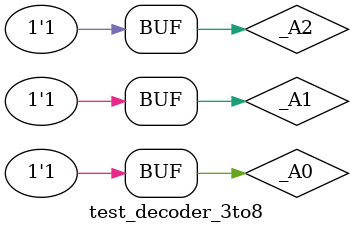
<source format=v>
module decoder_3to8 (A0,A1,A2,Y0,Y1,Y2,Y3,Y4,Y5,Y6,Y7);

input A0,A1,A2;
output Y0,Y1,Y2,Y3,Y4,Y5,Y6,Y7;

wire notA0,notA1,notA2;

not(notA0,A0); not(notA1,A1); not(notA2,A2);

and (Y0,notA0,notA1,notA2);
and (Y1,A0,notA1,notA2);
and (Y2,notA0,A1,notA2);
and (Y3,A0,A1,notA2);
and (Y4,notA0,notA1,A2);
and (Y5,A0,notA1,A2);
and (Y6,notA0,A1,A2);
and (Y7,A0,A1,A2);

endmodule

module test_decoder_3to8;

reg _A0,_A1,_A2;
wire _Y0,_Y1,_Y2,_Y3,_Y4,_Y5,_Y6,_Y7;

decoder_3to8 full(.A0(_A0),.A1(_A1),.A2(_A2),.Y0(_Y0),.Y1(_Y1),.Y2(_Y2),.Y3(_Y3),.Y4(_Y4),.Y5(_Y5),.Y6(_Y6),.Y7(_Y7));

initial begin

_A0=1'b0; _A1=1'b0; _A2=1'b0;

#20
_A0=1'b1; _A1=1'b0; _A2=1'b0;

#20
_A0=1'b0; _A1=1'b1; _A2=1'b0;

#20
_A0=1'b1; _A1=1'b1; _A2=1'b0;

#20
_A0=1'b0; _A1=1'b0; _A2=1'b1;

#20
_A0=1'b1; _A1=1'b0; _A2=1'b1;

#20
_A0=1'b0; _A1=1'b1; _A2=1'b1;

#20
_A0=1'b1; _A1=1'b1; _A2=1'b1;

end
endmodule
</source>
